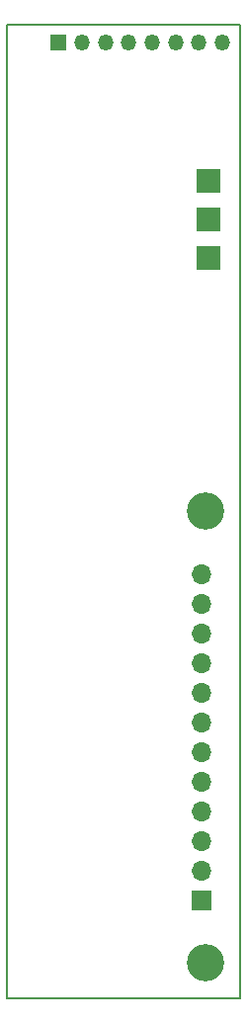
<source format=gbs>
G04 #@! TF.GenerationSoftware,KiCad,Pcbnew,(5.1.9-0-10_14)*
G04 #@! TF.CreationDate,2021-01-28T12:41:14+01:00*
G04 #@! TF.ProjectId,instrumnet,696e7374-7275-46d6-9e65-742e6b696361,rev?*
G04 #@! TF.SameCoordinates,Original*
G04 #@! TF.FileFunction,Soldermask,Bot*
G04 #@! TF.FilePolarity,Negative*
%FSLAX46Y46*%
G04 Gerber Fmt 4.6, Leading zero omitted, Abs format (unit mm)*
G04 Created by KiCad (PCBNEW (5.1.9-0-10_14)) date 2021-01-28 12:41:14*
%MOMM*%
%LPD*%
G01*
G04 APERTURE LIST*
G04 #@! TA.AperFunction,Profile*
%ADD10C,0.150000*%
G04 #@! TD*
%ADD11O,1.700000X1.700000*%
%ADD12R,1.700000X1.700000*%
%ADD13R,2.000000X2.000000*%
%ADD14C,3.200000*%
%ADD15O,1.350000X1.350000*%
%ADD16R,1.350000X1.350000*%
G04 APERTURE END LIST*
D10*
X124500000Y-63650000D02*
X144500000Y-63650000D01*
X124500000Y-147050000D02*
X124500000Y-63650000D01*
X144500000Y-147050000D02*
X124500000Y-147050000D01*
X144500000Y-63650000D02*
X144500000Y-147050000D01*
D11*
X141200000Y-110680000D03*
X141200000Y-113220000D03*
X141200000Y-115760000D03*
X141200000Y-118300000D03*
X141200000Y-120840000D03*
X141200000Y-123380000D03*
X141200000Y-125920000D03*
X141200000Y-128460000D03*
X141200000Y-131000000D03*
X141200000Y-133540000D03*
X141200000Y-136080000D03*
D12*
X141200000Y-138620000D03*
D13*
X141800000Y-83600000D03*
D14*
X141500000Y-105250000D03*
X141500000Y-144000000D03*
D15*
X142950000Y-65150000D03*
X140950000Y-65150000D03*
X138950000Y-65150000D03*
X136950000Y-65150000D03*
X134950000Y-65150000D03*
X132950000Y-65150000D03*
X130950000Y-65150000D03*
D16*
X128950000Y-65150000D03*
D13*
X141800000Y-80300000D03*
X141800000Y-77000000D03*
M02*

</source>
